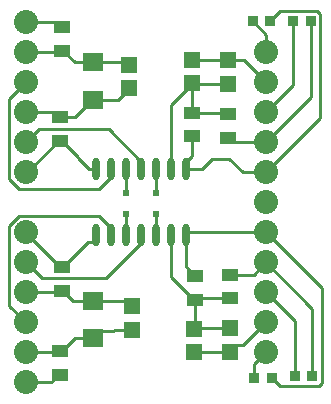
<source format=gtl>
G04*
G04 #@! TF.GenerationSoftware,Altium Limited,Altium Designer,24.9.1 (31)*
G04*
G04 Layer_Physical_Order=1*
G04 Layer_Color=255*
%FSLAX44Y44*%
%MOMM*%
G71*
G04*
G04 #@! TF.SameCoordinates,8B15B8A4-CC8F-4B91-B826-D3DC1A653359*
G04*
G04*
G04 #@! TF.FilePolarity,Positive*
G04*
G01*
G75*
%ADD11C,0.2540*%
%ADD12O,0.6096X1.8796*%
%ADD19R,1.3770X1.1325*%
%ADD20R,0.8065X0.8640*%
%ADD21R,1.7280X1.4850*%
%ADD22R,1.3500X1.4100*%
%ADD23C,2.0320*%
%ADD24C,0.6096*%
D11*
X303444Y23842D02*
Y24130D01*
Y23842D02*
X310016Y17270D01*
X343344D01*
X345576Y19502D01*
Y100177D01*
X298433Y147320D02*
X345576Y100177D01*
X337734Y25400D02*
Y82620D01*
X298433Y121920D02*
X337734Y82620D01*
X322666Y25400D02*
Y72287D01*
X298433Y96520D02*
X322666Y72287D01*
X288376Y35663D02*
X298433Y45720D01*
X288376Y24130D02*
Y35663D01*
X302174Y326390D02*
Y326678D01*
X310016Y334520D01*
X342074D01*
X344306Y332288D01*
Y243993D02*
Y332288D01*
X298433Y198120D02*
X344306Y243993D01*
X336464Y261550D02*
Y326390D01*
X298433Y223520D02*
X336464Y261550D01*
X287106Y326102D02*
Y326390D01*
X298433Y299720D02*
Y314775D01*
X287106Y326102D02*
X298433Y314775D01*
Y248920D02*
X321396Y271883D01*
Y326390D01*
X157464Y184150D02*
X167624Y194310D01*
Y144780D02*
Y151130D01*
Y194310D02*
Y200660D01*
X154923Y140722D02*
Y144780D01*
X180324D02*
Y162560D01*
X157464Y161290D02*
X167624Y151130D01*
X148734Y200660D02*
X154923D01*
X180324Y180340D02*
Y200660D01*
X153281Y139080D02*
X154923Y140722D01*
X205723Y180340D02*
Y200660D01*
X165611Y234423D02*
X193023Y207010D01*
Y200660D02*
Y207010D01*
X231124Y200660D02*
X244064D01*
X236203Y212090D02*
Y228760D01*
X231124Y207010D02*
X236203Y212090D01*
X244064Y200660D02*
X252874Y209470D01*
X231124Y200660D02*
Y207010D01*
X218424Y200660D02*
Y255290D01*
X139396Y209998D02*
Y211220D01*
Y209998D02*
X148734Y200660D01*
X148066Y139080D02*
X153281D01*
X231124Y144780D02*
Y145677D01*
X193023Y138430D02*
Y144780D01*
X231124Y145677D02*
X232766Y147320D01*
X205723Y144780D02*
Y162560D01*
X81264Y85090D02*
X95233Y71120D01*
X124284Y96520D02*
X125714Y97950D01*
X95233Y96520D02*
X124284D01*
X125714Y97950D02*
X126936D01*
X125714Y117950D02*
X126936D01*
X124491D02*
X125714D01*
X95233Y121920D02*
X108676Y108477D01*
X95233Y45720D02*
X123334D01*
X124444Y46830D02*
X125666D01*
X116711Y20320D02*
X123221Y26830D01*
X95233Y20320D02*
X116711D01*
X123334Y45720D02*
X124444Y46830D01*
X123221Y26830D02*
X124444D01*
X236203Y248760D02*
X265413D01*
X236364Y273210D02*
X266684D01*
X236203Y293370D02*
X266523D01*
X266684Y293210D02*
X279543D01*
X266523Y293370D02*
X266684Y293210D01*
X279543D02*
X298433Y274320D01*
X270653Y223520D02*
X298433D01*
X265413Y248760D02*
X266684Y247490D01*
Y227490D02*
X270653Y223520D01*
X238743Y90330D02*
X240014Y91600D01*
X237521Y90330D02*
X238743D01*
Y67150D02*
Y90330D01*
X126936Y117950D02*
X148066Y139080D01*
X218424Y109428D02*
X237521Y90330D01*
X163071Y108477D02*
X193023Y138430D01*
X218424Y109428D02*
Y144780D01*
X237633Y66040D02*
X267953D01*
X237633Y46040D02*
X267953D01*
X233128Y114723D02*
X237521Y110330D01*
X267573Y209470D02*
X278923Y198120D01*
X298433D01*
X231124Y117950D02*
Y144780D01*
X232766Y147320D02*
X298433D01*
X231124Y117950D02*
X233128Y115945D01*
Y114723D02*
Y115945D01*
X252874Y209470D02*
X267573D01*
X237521Y110330D02*
X238743D01*
X240014Y91600D02*
X267953D01*
X126936Y97950D02*
X135300Y89586D01*
X125666Y46830D02*
X136570Y57734D01*
X180748Y89586D02*
X185403Y84930D01*
X170359Y64930D02*
X185403D01*
X267953Y46340D02*
X273433Y51820D01*
X267953Y46040D02*
Y46340D01*
X273433Y51820D02*
X279134D01*
X298433Y71120D01*
X288113Y111600D02*
X298433Y121920D01*
X267953Y111600D02*
X288113D01*
X237474Y45880D02*
X237633Y46040D01*
X237474Y65880D02*
X237633Y66040D01*
X81264Y192333D02*
Y260350D01*
X95233Y274320D01*
X236203Y248760D02*
Y273070D01*
Y273370D01*
X218424Y255290D02*
X236203Y273070D01*
X89447Y184150D02*
X157464D01*
X81264Y192333D02*
X89447Y184150D01*
X81264Y85090D02*
Y153107D01*
X89447Y161290D02*
X157464D01*
X158539Y63889D02*
X169318D01*
X108676Y108477D02*
X163071D01*
X169318Y63889D02*
X170359Y64930D01*
X152383Y89586D02*
X180748D01*
X135300D02*
X152383D01*
X136570Y57734D02*
X152383D01*
X158539Y63889D01*
X95233Y147208D02*
Y147320D01*
Y147208D02*
X124491Y117950D01*
X81264Y153107D02*
X89447Y161290D01*
X136454Y244950D02*
X151169Y259664D01*
X152383D02*
X173128D01*
X151169D02*
X152383D01*
X120473Y248920D02*
X124444Y244950D01*
X136454D01*
X95233Y223520D02*
X106136Y234423D01*
X165611D01*
X95233Y248920D02*
X120473D01*
X124284Y299720D02*
X125714Y301150D01*
X95233Y325120D02*
X121743D01*
X125714Y321150D01*
X126936Y301150D02*
X136570Y291516D01*
X152383D01*
X125714Y301150D02*
X126936D01*
X95233Y299720D02*
X124284D01*
X124444Y224950D02*
X125666D01*
X139396Y211220D01*
X123221Y224950D02*
X124444D01*
X95233Y198120D02*
X96391D01*
X123221Y224950D01*
X173128Y259664D02*
X177083Y263620D01*
X177383D01*
X152383Y291516D02*
X180748D01*
X182864Y289400D01*
Y269100D02*
Y269400D01*
X177383Y263620D02*
X182864Y269100D01*
D12*
X231124Y144780D02*
D03*
X218424D02*
D03*
X205723D02*
D03*
X193023D02*
D03*
X180324D02*
D03*
X167624D02*
D03*
X154923D02*
D03*
Y200660D02*
D03*
X167624D02*
D03*
X180324D02*
D03*
X193023D02*
D03*
X205723D02*
D03*
X218424D02*
D03*
X231124D02*
D03*
D19*
X125714Y321150D02*
D03*
Y301150D02*
D03*
X124444Y26830D02*
D03*
Y46830D02*
D03*
Y244950D02*
D03*
Y224950D02*
D03*
X267953Y111600D02*
D03*
Y91600D02*
D03*
X238743Y90330D02*
D03*
Y110330D02*
D03*
X125714Y97950D02*
D03*
Y117950D02*
D03*
X236203Y248760D02*
D03*
Y228760D02*
D03*
X266684Y227490D02*
D03*
Y247490D02*
D03*
D20*
X336464Y326390D02*
D03*
X321396D02*
D03*
X287106D02*
D03*
X302174D02*
D03*
X337734Y25400D02*
D03*
X322666D02*
D03*
X288376Y24130D02*
D03*
X303444D02*
D03*
D21*
X152383Y291516D02*
D03*
Y259664D02*
D03*
Y57734D02*
D03*
Y89586D02*
D03*
D22*
X266684Y273210D02*
D03*
Y293210D02*
D03*
X182864Y269400D02*
D03*
Y289400D02*
D03*
X236203Y273370D02*
D03*
Y293370D02*
D03*
X267953Y66040D02*
D03*
Y46040D02*
D03*
X237474Y65880D02*
D03*
Y45880D02*
D03*
X185403Y84930D02*
D03*
Y64930D02*
D03*
D23*
X95233Y325120D02*
D03*
X298433Y299720D02*
D03*
X95233D02*
D03*
X298433Y274320D02*
D03*
X95233D02*
D03*
X298433Y248920D02*
D03*
X95233D02*
D03*
X298433Y223520D02*
D03*
X95233D02*
D03*
X298433Y198120D02*
D03*
X95233D02*
D03*
X298433Y172720D02*
D03*
X95233Y147320D02*
D03*
X298433D02*
D03*
X95233Y121920D02*
D03*
X298433D02*
D03*
X95233Y96520D02*
D03*
X298433D02*
D03*
X95233Y71120D02*
D03*
X298433D02*
D03*
X95233Y45720D02*
D03*
X298433D02*
D03*
X95233Y20320D02*
D03*
D24*
X180324Y180340D02*
D03*
Y162560D02*
D03*
X205723Y180340D02*
D03*
Y162560D02*
D03*
M02*

</source>
